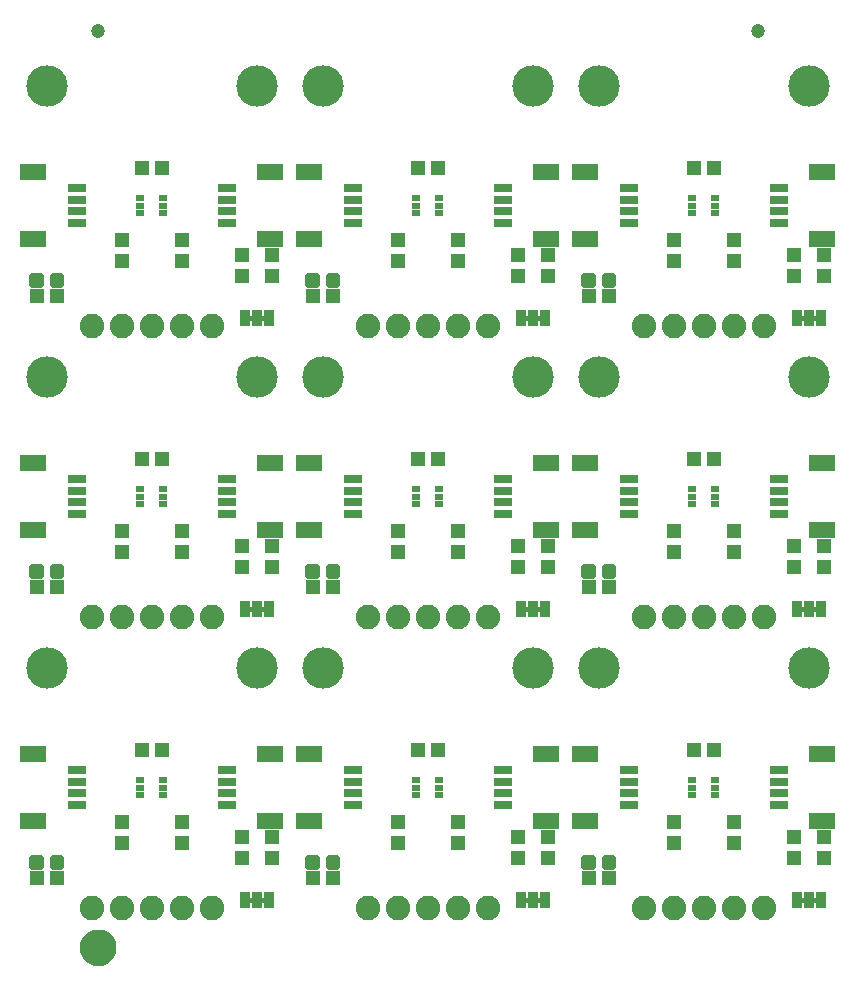
<source format=gts>
G75*
%MOIN*%
%OFA0B0*%
%FSLAX25Y25*%
%IPPOS*%
%LPD*%
%AMOC8*
5,1,8,0,0,1.08239X$1,22.5*
%
%ADD10R,0.04737X0.05131*%
%ADD11C,0.01990*%
%ADD12C,0.08200*%
%ADD13R,0.08674X0.05524*%
%ADD14R,0.06115X0.03162*%
%ADD15R,0.05131X0.04737*%
%ADD16C,0.13800*%
%ADD17R,0.03300X0.05800*%
%ADD18C,0.00500*%
%ADD19R,0.02572X0.01981*%
%ADD20C,0.04737*%
%ADD21C,0.05000*%
%ADD22C,0.06706*%
D10*
X0063750Y0055404D03*
X0063750Y0062096D03*
X0083750Y0062096D03*
X0083750Y0055404D03*
X0103750Y0057096D03*
X0103750Y0050404D03*
X0113750Y0050404D03*
X0113750Y0057096D03*
X0155750Y0055404D03*
X0155750Y0062096D03*
X0175750Y0062096D03*
X0175750Y0055404D03*
X0195750Y0057096D03*
X0195750Y0050404D03*
X0205750Y0050404D03*
X0205750Y0057096D03*
X0247750Y0055404D03*
X0247750Y0062096D03*
X0267750Y0062096D03*
X0267750Y0055404D03*
X0287750Y0057096D03*
X0287750Y0050404D03*
X0297750Y0050404D03*
X0297750Y0057096D03*
X0297750Y0147404D03*
X0297750Y0154096D03*
X0287750Y0154096D03*
X0287750Y0147404D03*
X0267750Y0152404D03*
X0267750Y0159096D03*
X0247750Y0159096D03*
X0247750Y0152404D03*
X0205750Y0154096D03*
X0205750Y0147404D03*
X0195750Y0147404D03*
X0195750Y0154096D03*
X0175750Y0152404D03*
X0175750Y0159096D03*
X0155750Y0159096D03*
X0155750Y0152404D03*
X0113750Y0154096D03*
X0113750Y0147404D03*
X0103750Y0147404D03*
X0103750Y0154096D03*
X0083750Y0152404D03*
X0083750Y0159096D03*
X0063750Y0159096D03*
X0063750Y0152404D03*
X0103750Y0244404D03*
X0103750Y0251096D03*
X0113750Y0251096D03*
X0113750Y0244404D03*
X0083750Y0249404D03*
X0083750Y0256096D03*
X0063750Y0256096D03*
X0063750Y0249404D03*
X0155750Y0249404D03*
X0155750Y0256096D03*
X0175750Y0256096D03*
X0175750Y0249404D03*
X0195750Y0251096D03*
X0195750Y0244404D03*
X0205750Y0244404D03*
X0205750Y0251096D03*
X0247750Y0249404D03*
X0247750Y0256096D03*
X0267750Y0256096D03*
X0267750Y0249404D03*
X0287750Y0251096D03*
X0287750Y0244404D03*
X0297750Y0244404D03*
X0297750Y0251096D03*
D11*
X0227576Y0244123D02*
X0227576Y0241377D01*
X0224830Y0241377D01*
X0224830Y0244123D01*
X0227576Y0244123D01*
X0227576Y0243267D02*
X0224830Y0243267D01*
X0220670Y0244123D02*
X0220670Y0241377D01*
X0217924Y0241377D01*
X0217924Y0244123D01*
X0220670Y0244123D01*
X0220670Y0243267D02*
X0217924Y0243267D01*
X0135576Y0244123D02*
X0135576Y0241377D01*
X0132830Y0241377D01*
X0132830Y0244123D01*
X0135576Y0244123D01*
X0135576Y0243267D02*
X0132830Y0243267D01*
X0128670Y0244123D02*
X0128670Y0241377D01*
X0125924Y0241377D01*
X0125924Y0244123D01*
X0128670Y0244123D01*
X0128670Y0243267D02*
X0125924Y0243267D01*
X0043576Y0244123D02*
X0043576Y0241377D01*
X0040830Y0241377D01*
X0040830Y0244123D01*
X0043576Y0244123D01*
X0043576Y0243267D02*
X0040830Y0243267D01*
X0036670Y0244123D02*
X0036670Y0241377D01*
X0033924Y0241377D01*
X0033924Y0244123D01*
X0036670Y0244123D01*
X0036670Y0243267D02*
X0033924Y0243267D01*
X0036670Y0147123D02*
X0036670Y0144377D01*
X0033924Y0144377D01*
X0033924Y0147123D01*
X0036670Y0147123D01*
X0036670Y0146267D02*
X0033924Y0146267D01*
X0043576Y0147123D02*
X0043576Y0144377D01*
X0040830Y0144377D01*
X0040830Y0147123D01*
X0043576Y0147123D01*
X0043576Y0146267D02*
X0040830Y0146267D01*
X0128670Y0147123D02*
X0128670Y0144377D01*
X0125924Y0144377D01*
X0125924Y0147123D01*
X0128670Y0147123D01*
X0128670Y0146267D02*
X0125924Y0146267D01*
X0135576Y0147123D02*
X0135576Y0144377D01*
X0132830Y0144377D01*
X0132830Y0147123D01*
X0135576Y0147123D01*
X0135576Y0146267D02*
X0132830Y0146267D01*
X0220670Y0147123D02*
X0220670Y0144377D01*
X0217924Y0144377D01*
X0217924Y0147123D01*
X0220670Y0147123D01*
X0220670Y0146267D02*
X0217924Y0146267D01*
X0227576Y0147123D02*
X0227576Y0144377D01*
X0224830Y0144377D01*
X0224830Y0147123D01*
X0227576Y0147123D01*
X0227576Y0146267D02*
X0224830Y0146267D01*
X0227576Y0050123D02*
X0227576Y0047377D01*
X0224830Y0047377D01*
X0224830Y0050123D01*
X0227576Y0050123D01*
X0227576Y0049267D02*
X0224830Y0049267D01*
X0220670Y0050123D02*
X0220670Y0047377D01*
X0217924Y0047377D01*
X0217924Y0050123D01*
X0220670Y0050123D01*
X0220670Y0049267D02*
X0217924Y0049267D01*
X0135576Y0050123D02*
X0135576Y0047377D01*
X0132830Y0047377D01*
X0132830Y0050123D01*
X0135576Y0050123D01*
X0135576Y0049267D02*
X0132830Y0049267D01*
X0128670Y0050123D02*
X0128670Y0047377D01*
X0125924Y0047377D01*
X0125924Y0050123D01*
X0128670Y0050123D01*
X0128670Y0049267D02*
X0125924Y0049267D01*
X0043576Y0050123D02*
X0043576Y0047377D01*
X0040830Y0047377D01*
X0040830Y0050123D01*
X0043576Y0050123D01*
X0043576Y0049267D02*
X0040830Y0049267D01*
X0036670Y0050123D02*
X0036670Y0047377D01*
X0033924Y0047377D01*
X0033924Y0050123D01*
X0036670Y0050123D01*
X0036670Y0049267D02*
X0033924Y0049267D01*
D12*
X0053750Y0033750D03*
X0063750Y0033750D03*
X0073750Y0033750D03*
X0083750Y0033750D03*
X0093750Y0033750D03*
X0145750Y0033750D03*
X0155750Y0033750D03*
X0165750Y0033750D03*
X0175750Y0033750D03*
X0185750Y0033750D03*
X0237750Y0033750D03*
X0247750Y0033750D03*
X0257750Y0033750D03*
X0267750Y0033750D03*
X0277750Y0033750D03*
X0277750Y0130750D03*
X0267750Y0130750D03*
X0257750Y0130750D03*
X0247750Y0130750D03*
X0237750Y0130750D03*
X0185750Y0130750D03*
X0175750Y0130750D03*
X0165750Y0130750D03*
X0155750Y0130750D03*
X0145750Y0130750D03*
X0093750Y0130750D03*
X0083750Y0130750D03*
X0073750Y0130750D03*
X0063750Y0130750D03*
X0053750Y0130750D03*
X0053750Y0227750D03*
X0063750Y0227750D03*
X0073750Y0227750D03*
X0083750Y0227750D03*
X0093750Y0227750D03*
X0145750Y0227750D03*
X0155750Y0227750D03*
X0165750Y0227750D03*
X0175750Y0227750D03*
X0185750Y0227750D03*
X0237750Y0227750D03*
X0247750Y0227750D03*
X0257750Y0227750D03*
X0267750Y0227750D03*
X0277750Y0227750D03*
D13*
X0297219Y0256726D03*
X0297219Y0278774D03*
X0218281Y0278774D03*
X0205219Y0278774D03*
X0205219Y0256726D03*
X0218281Y0256726D03*
X0218281Y0181774D03*
X0205219Y0181774D03*
X0205219Y0159726D03*
X0218281Y0159726D03*
X0218281Y0084774D03*
X0205219Y0084774D03*
X0205219Y0062726D03*
X0218281Y0062726D03*
X0297219Y0062726D03*
X0297219Y0084774D03*
X0297219Y0159726D03*
X0297219Y0181774D03*
X0126281Y0181774D03*
X0113219Y0181774D03*
X0113219Y0159726D03*
X0126281Y0159726D03*
X0126281Y0084774D03*
X0113219Y0084774D03*
X0113219Y0062726D03*
X0126281Y0062726D03*
X0034281Y0062726D03*
X0034281Y0084774D03*
X0034281Y0159726D03*
X0034281Y0181774D03*
X0034281Y0256726D03*
X0034281Y0278774D03*
X0113219Y0278774D03*
X0126281Y0278774D03*
X0126281Y0256726D03*
X0113219Y0256726D03*
D14*
X0098750Y0261844D03*
X0098750Y0265781D03*
X0098750Y0269719D03*
X0098750Y0273656D03*
X0140750Y0273656D03*
X0140750Y0269719D03*
X0140750Y0265781D03*
X0140750Y0261844D03*
X0190750Y0261844D03*
X0190750Y0265781D03*
X0190750Y0269719D03*
X0190750Y0273656D03*
X0232750Y0273656D03*
X0232750Y0269719D03*
X0232750Y0265781D03*
X0232750Y0261844D03*
X0282750Y0261844D03*
X0282750Y0265781D03*
X0282750Y0269719D03*
X0282750Y0273656D03*
X0282750Y0176656D03*
X0282750Y0172719D03*
X0282750Y0168781D03*
X0282750Y0164844D03*
X0232750Y0164844D03*
X0232750Y0168781D03*
X0232750Y0172719D03*
X0232750Y0176656D03*
X0190750Y0176656D03*
X0190750Y0172719D03*
X0190750Y0168781D03*
X0190750Y0164844D03*
X0140750Y0164844D03*
X0140750Y0168781D03*
X0140750Y0172719D03*
X0140750Y0176656D03*
X0098750Y0176656D03*
X0098750Y0172719D03*
X0098750Y0168781D03*
X0098750Y0164844D03*
X0048750Y0164844D03*
X0048750Y0168781D03*
X0048750Y0172719D03*
X0048750Y0176656D03*
X0048750Y0261844D03*
X0048750Y0265781D03*
X0048750Y0269719D03*
X0048750Y0273656D03*
X0048750Y0079656D03*
X0048750Y0075719D03*
X0048750Y0071781D03*
X0048750Y0067844D03*
X0098750Y0067844D03*
X0098750Y0071781D03*
X0098750Y0075719D03*
X0098750Y0079656D03*
X0140750Y0079656D03*
X0140750Y0075719D03*
X0140750Y0071781D03*
X0140750Y0067844D03*
X0190750Y0067844D03*
X0190750Y0071781D03*
X0190750Y0075719D03*
X0190750Y0079656D03*
X0232750Y0079656D03*
X0232750Y0075719D03*
X0232750Y0071781D03*
X0232750Y0067844D03*
X0282750Y0067844D03*
X0282750Y0071781D03*
X0282750Y0075719D03*
X0282750Y0079656D03*
D15*
X0035404Y0043750D03*
X0042096Y0043750D03*
X0070404Y0086250D03*
X0077096Y0086250D03*
X0127404Y0043750D03*
X0134096Y0043750D03*
X0162404Y0086250D03*
X0169096Y0086250D03*
X0219404Y0043750D03*
X0226096Y0043750D03*
X0254404Y0086250D03*
X0261096Y0086250D03*
X0226096Y0140750D03*
X0219404Y0140750D03*
X0254404Y0183250D03*
X0261096Y0183250D03*
X0226096Y0237750D03*
X0219404Y0237750D03*
X0254404Y0280250D03*
X0261096Y0280250D03*
X0169096Y0280250D03*
X0162404Y0280250D03*
X0134096Y0237750D03*
X0127404Y0237750D03*
X0077096Y0280250D03*
X0070404Y0280250D03*
X0042096Y0237750D03*
X0035404Y0237750D03*
X0070404Y0183250D03*
X0077096Y0183250D03*
X0042096Y0140750D03*
X0035404Y0140750D03*
X0127404Y0140750D03*
X0134096Y0140750D03*
X0162404Y0183250D03*
X0169096Y0183250D03*
D16*
X0200750Y0210750D03*
X0222750Y0210750D03*
X0292750Y0210750D03*
X0292750Y0113750D03*
X0222750Y0113750D03*
X0200750Y0113750D03*
X0130750Y0113750D03*
X0108750Y0113750D03*
X0038750Y0113750D03*
X0038750Y0210750D03*
X0108750Y0210750D03*
X0130750Y0210750D03*
X0130750Y0307750D03*
X0108750Y0307750D03*
X0038750Y0307750D03*
X0200750Y0307750D03*
X0222750Y0307750D03*
X0292750Y0307750D03*
D17*
X0292750Y0230250D03*
X0288750Y0230250D03*
X0296750Y0230250D03*
X0204750Y0230250D03*
X0200750Y0230250D03*
X0196750Y0230250D03*
X0112750Y0230250D03*
X0108750Y0230250D03*
X0104750Y0230250D03*
X0104750Y0133250D03*
X0108750Y0133250D03*
X0112750Y0133250D03*
X0196750Y0133250D03*
X0200750Y0133250D03*
X0204750Y0133250D03*
X0288750Y0133250D03*
X0292750Y0133250D03*
X0296750Y0133250D03*
X0296750Y0036250D03*
X0292750Y0036250D03*
X0288750Y0036250D03*
X0204750Y0036250D03*
X0200750Y0036250D03*
X0196750Y0036250D03*
X0112750Y0036250D03*
X0108750Y0036250D03*
X0104750Y0036250D03*
D18*
X0106000Y0036228D02*
X0107500Y0036228D01*
X0107500Y0035750D02*
X0107500Y0036750D01*
X0106000Y0036750D01*
X0106000Y0035750D01*
X0107500Y0035750D01*
X0107500Y0036726D02*
X0106000Y0036726D01*
X0110000Y0036726D02*
X0111500Y0036726D01*
X0111500Y0036750D02*
X0111500Y0035750D01*
X0110000Y0035750D01*
X0110000Y0036750D01*
X0111500Y0036750D01*
X0111500Y0036228D02*
X0110000Y0036228D01*
X0198000Y0036228D02*
X0199500Y0036228D01*
X0199500Y0035750D02*
X0199500Y0036750D01*
X0198000Y0036750D01*
X0198000Y0035750D01*
X0199500Y0035750D01*
X0199500Y0036726D02*
X0198000Y0036726D01*
X0202000Y0036726D02*
X0203500Y0036726D01*
X0203500Y0036750D02*
X0203500Y0035750D01*
X0202000Y0035750D01*
X0202000Y0036750D01*
X0203500Y0036750D01*
X0203500Y0036228D02*
X0202000Y0036228D01*
X0290000Y0036228D02*
X0291500Y0036228D01*
X0291500Y0035750D02*
X0291500Y0036750D01*
X0290000Y0036750D01*
X0290000Y0035750D01*
X0291500Y0035750D01*
X0291500Y0036726D02*
X0290000Y0036726D01*
X0294000Y0036726D02*
X0295500Y0036726D01*
X0295500Y0036750D02*
X0295500Y0035750D01*
X0294000Y0035750D01*
X0294000Y0036750D01*
X0295500Y0036750D01*
X0295500Y0036228D02*
X0294000Y0036228D01*
X0294000Y0132750D02*
X0294000Y0133750D01*
X0295500Y0133750D01*
X0295500Y0132750D01*
X0294000Y0132750D01*
X0294000Y0132939D02*
X0295500Y0132939D01*
X0295500Y0133437D02*
X0294000Y0133437D01*
X0291500Y0133437D02*
X0290000Y0133437D01*
X0290000Y0133750D02*
X0291500Y0133750D01*
X0291500Y0132750D01*
X0290000Y0132750D01*
X0290000Y0133750D01*
X0290000Y0132939D02*
X0291500Y0132939D01*
X0203500Y0132939D02*
X0202000Y0132939D01*
X0202000Y0132750D02*
X0202000Y0133750D01*
X0203500Y0133750D01*
X0203500Y0132750D01*
X0202000Y0132750D01*
X0202000Y0133437D02*
X0203500Y0133437D01*
X0199500Y0133437D02*
X0198000Y0133437D01*
X0198000Y0133750D02*
X0199500Y0133750D01*
X0199500Y0132750D01*
X0198000Y0132750D01*
X0198000Y0133750D01*
X0198000Y0132939D02*
X0199500Y0132939D01*
X0111500Y0132939D02*
X0110000Y0132939D01*
X0110000Y0132750D02*
X0110000Y0133750D01*
X0111500Y0133750D01*
X0111500Y0132750D01*
X0110000Y0132750D01*
X0110000Y0133437D02*
X0111500Y0133437D01*
X0107500Y0133437D02*
X0106000Y0133437D01*
X0106000Y0133750D02*
X0107500Y0133750D01*
X0107500Y0132750D01*
X0106000Y0132750D01*
X0106000Y0133750D01*
X0106000Y0132939D02*
X0107500Y0132939D01*
X0107500Y0229750D02*
X0107500Y0230750D01*
X0106000Y0230750D01*
X0106000Y0229750D01*
X0107500Y0229750D01*
X0107500Y0230149D02*
X0106000Y0230149D01*
X0106000Y0230647D02*
X0107500Y0230647D01*
X0110000Y0230647D02*
X0111500Y0230647D01*
X0111500Y0230750D02*
X0111500Y0229750D01*
X0110000Y0229750D01*
X0110000Y0230750D01*
X0111500Y0230750D01*
X0111500Y0230149D02*
X0110000Y0230149D01*
X0198000Y0230149D02*
X0199500Y0230149D01*
X0199500Y0229750D02*
X0199500Y0230750D01*
X0198000Y0230750D01*
X0198000Y0229750D01*
X0199500Y0229750D01*
X0199500Y0230647D02*
X0198000Y0230647D01*
X0202000Y0230647D02*
X0203500Y0230647D01*
X0203500Y0230750D02*
X0203500Y0229750D01*
X0202000Y0229750D01*
X0202000Y0230750D01*
X0203500Y0230750D01*
X0203500Y0230149D02*
X0202000Y0230149D01*
X0290000Y0230149D02*
X0291500Y0230149D01*
X0291500Y0229750D02*
X0291500Y0230750D01*
X0290000Y0230750D01*
X0290000Y0229750D01*
X0291500Y0229750D01*
X0291500Y0230647D02*
X0290000Y0230647D01*
X0294000Y0230647D02*
X0295500Y0230647D01*
X0295500Y0230750D02*
X0295500Y0229750D01*
X0294000Y0229750D01*
X0294000Y0230750D01*
X0295500Y0230750D01*
X0295500Y0230149D02*
X0294000Y0230149D01*
D19*
X0261589Y0265191D03*
X0261589Y0267750D03*
X0261589Y0270309D03*
X0253911Y0270309D03*
X0253911Y0267750D03*
X0253911Y0265191D03*
X0169589Y0265191D03*
X0169589Y0267750D03*
X0169589Y0270309D03*
X0161911Y0270309D03*
X0161911Y0267750D03*
X0161911Y0265191D03*
X0077589Y0265191D03*
X0077589Y0267750D03*
X0077589Y0270309D03*
X0069911Y0270309D03*
X0069911Y0267750D03*
X0069911Y0265191D03*
X0069911Y0173309D03*
X0069911Y0170750D03*
X0069911Y0168191D03*
X0077589Y0168191D03*
X0077589Y0170750D03*
X0077589Y0173309D03*
X0161911Y0173309D03*
X0161911Y0170750D03*
X0161911Y0168191D03*
X0169589Y0168191D03*
X0169589Y0170750D03*
X0169589Y0173309D03*
X0253911Y0173309D03*
X0253911Y0170750D03*
X0253911Y0168191D03*
X0261589Y0168191D03*
X0261589Y0170750D03*
X0261589Y0173309D03*
X0261589Y0076309D03*
X0261589Y0073750D03*
X0261589Y0071191D03*
X0253911Y0071191D03*
X0253911Y0073750D03*
X0253911Y0076309D03*
X0169589Y0076309D03*
X0169589Y0073750D03*
X0169589Y0071191D03*
X0161911Y0071191D03*
X0161911Y0073750D03*
X0161911Y0076309D03*
X0077589Y0076309D03*
X0077589Y0073750D03*
X0077589Y0071191D03*
X0069911Y0071191D03*
X0069911Y0073750D03*
X0069911Y0076309D03*
D20*
X0055750Y0326000D03*
X0275750Y0326000D03*
D21*
X0052185Y0020500D02*
X0052187Y0020619D01*
X0052193Y0020738D01*
X0052203Y0020857D01*
X0052217Y0020975D01*
X0052235Y0021093D01*
X0052256Y0021210D01*
X0052282Y0021326D01*
X0052312Y0021442D01*
X0052345Y0021556D01*
X0052382Y0021669D01*
X0052423Y0021781D01*
X0052468Y0021892D01*
X0052516Y0022001D01*
X0052568Y0022108D01*
X0052624Y0022213D01*
X0052683Y0022317D01*
X0052745Y0022418D01*
X0052811Y0022518D01*
X0052880Y0022615D01*
X0052952Y0022709D01*
X0053028Y0022802D01*
X0053106Y0022891D01*
X0053187Y0022978D01*
X0053272Y0023063D01*
X0053359Y0023144D01*
X0053448Y0023222D01*
X0053541Y0023298D01*
X0053635Y0023370D01*
X0053732Y0023439D01*
X0053832Y0023505D01*
X0053933Y0023567D01*
X0054037Y0023626D01*
X0054142Y0023682D01*
X0054249Y0023734D01*
X0054358Y0023782D01*
X0054469Y0023827D01*
X0054581Y0023868D01*
X0054694Y0023905D01*
X0054808Y0023938D01*
X0054924Y0023968D01*
X0055040Y0023994D01*
X0055157Y0024015D01*
X0055275Y0024033D01*
X0055393Y0024047D01*
X0055512Y0024057D01*
X0055631Y0024063D01*
X0055750Y0024065D01*
X0055869Y0024063D01*
X0055988Y0024057D01*
X0056107Y0024047D01*
X0056225Y0024033D01*
X0056343Y0024015D01*
X0056460Y0023994D01*
X0056576Y0023968D01*
X0056692Y0023938D01*
X0056806Y0023905D01*
X0056919Y0023868D01*
X0057031Y0023827D01*
X0057142Y0023782D01*
X0057251Y0023734D01*
X0057358Y0023682D01*
X0057463Y0023626D01*
X0057567Y0023567D01*
X0057668Y0023505D01*
X0057768Y0023439D01*
X0057865Y0023370D01*
X0057959Y0023298D01*
X0058052Y0023222D01*
X0058141Y0023144D01*
X0058228Y0023063D01*
X0058313Y0022978D01*
X0058394Y0022891D01*
X0058472Y0022802D01*
X0058548Y0022709D01*
X0058620Y0022615D01*
X0058689Y0022518D01*
X0058755Y0022418D01*
X0058817Y0022317D01*
X0058876Y0022213D01*
X0058932Y0022108D01*
X0058984Y0022001D01*
X0059032Y0021892D01*
X0059077Y0021781D01*
X0059118Y0021669D01*
X0059155Y0021556D01*
X0059188Y0021442D01*
X0059218Y0021326D01*
X0059244Y0021210D01*
X0059265Y0021093D01*
X0059283Y0020975D01*
X0059297Y0020857D01*
X0059307Y0020738D01*
X0059313Y0020619D01*
X0059315Y0020500D01*
X0059313Y0020381D01*
X0059307Y0020262D01*
X0059297Y0020143D01*
X0059283Y0020025D01*
X0059265Y0019907D01*
X0059244Y0019790D01*
X0059218Y0019674D01*
X0059188Y0019558D01*
X0059155Y0019444D01*
X0059118Y0019331D01*
X0059077Y0019219D01*
X0059032Y0019108D01*
X0058984Y0018999D01*
X0058932Y0018892D01*
X0058876Y0018787D01*
X0058817Y0018683D01*
X0058755Y0018582D01*
X0058689Y0018482D01*
X0058620Y0018385D01*
X0058548Y0018291D01*
X0058472Y0018198D01*
X0058394Y0018109D01*
X0058313Y0018022D01*
X0058228Y0017937D01*
X0058141Y0017856D01*
X0058052Y0017778D01*
X0057959Y0017702D01*
X0057865Y0017630D01*
X0057768Y0017561D01*
X0057668Y0017495D01*
X0057567Y0017433D01*
X0057463Y0017374D01*
X0057358Y0017318D01*
X0057251Y0017266D01*
X0057142Y0017218D01*
X0057031Y0017173D01*
X0056919Y0017132D01*
X0056806Y0017095D01*
X0056692Y0017062D01*
X0056576Y0017032D01*
X0056460Y0017006D01*
X0056343Y0016985D01*
X0056225Y0016967D01*
X0056107Y0016953D01*
X0055988Y0016943D01*
X0055869Y0016937D01*
X0055750Y0016935D01*
X0055631Y0016937D01*
X0055512Y0016943D01*
X0055393Y0016953D01*
X0055275Y0016967D01*
X0055157Y0016985D01*
X0055040Y0017006D01*
X0054924Y0017032D01*
X0054808Y0017062D01*
X0054694Y0017095D01*
X0054581Y0017132D01*
X0054469Y0017173D01*
X0054358Y0017218D01*
X0054249Y0017266D01*
X0054142Y0017318D01*
X0054037Y0017374D01*
X0053933Y0017433D01*
X0053832Y0017495D01*
X0053732Y0017561D01*
X0053635Y0017630D01*
X0053541Y0017702D01*
X0053448Y0017778D01*
X0053359Y0017856D01*
X0053272Y0017937D01*
X0053187Y0018022D01*
X0053106Y0018109D01*
X0053028Y0018198D01*
X0052952Y0018291D01*
X0052880Y0018385D01*
X0052811Y0018482D01*
X0052745Y0018582D01*
X0052683Y0018683D01*
X0052624Y0018787D01*
X0052568Y0018892D01*
X0052516Y0018999D01*
X0052468Y0019108D01*
X0052423Y0019219D01*
X0052382Y0019331D01*
X0052345Y0019444D01*
X0052312Y0019558D01*
X0052282Y0019674D01*
X0052256Y0019790D01*
X0052235Y0019907D01*
X0052217Y0020025D01*
X0052203Y0020143D01*
X0052193Y0020262D01*
X0052187Y0020381D01*
X0052185Y0020500D01*
D22*
X0055750Y0020500D03*
M02*

</source>
